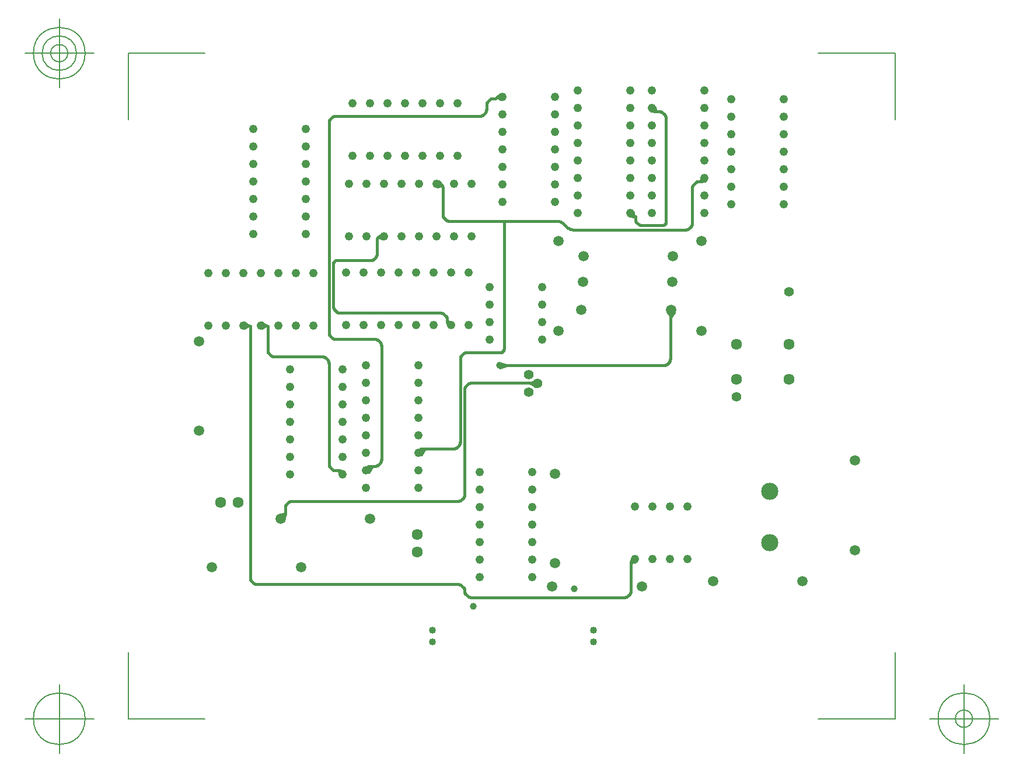
<source format=gbr>
G04 Generated by Ultiboard 12.0 *
%FSLAX25Y25*%
%MOIN*%

%ADD10C,0.00001*%
%ADD11C,0.01500*%
%ADD12C,0.00500*%
%ADD13C,0.06334*%
%ADD14C,0.05500*%
%ADD15C,0.05906*%
%ADD16C,0.04000*%
%ADD17C,0.04900*%
%ADD18C,0.03937*%
%ADD19C,0.09834*%


G04 ColorRGB 999999 for the following layer *
%LNBottom Stack-up 1*%
%LPD*%
G54D10*
G54D11*
X137500Y132500D02*
X136248Y131248D01*
X136248Y129990D01*
X259698Y69503D02*
X257695Y67500D01*
X257500Y67500D01*
X40000Y202500D02*
X39600Y202900D01*
X36000Y202900D01*
X280400Y211600D02*
X280400Y207900D01*
X280000Y207500D01*
X204000Y169800D02*
X200200Y169800D01*
X200000Y170000D01*
X60000Y95000D02*
X59944Y95000D01*
X57463Y92519D01*
X299604Y287212D02*
X297500Y285108D01*
X297500Y285000D01*
X148700Y283800D02*
X146500Y283800D01*
X269604Y327212D02*
X271815Y325000D01*
X260000Y265000D02*
X259447Y265000D01*
X257235Y267212D01*
X154800Y203100D02*
X152900Y205000D01*
X152500Y205000D01*
X113800Y253800D02*
X116500Y253800D01*
X184100Y333500D02*
X181000Y333500D01*
X180000Y332500D01*
X107500Y122500D02*
X106248Y121248D01*
X106248Y119990D01*
X92879Y117903D02*
X90782Y120000D01*
X50000Y202500D02*
X49600Y202900D01*
X46000Y202900D01*
X184583Y188333D02*
X184667Y188425D01*
X184743Y188523D01*
X184809Y188628D01*
X184867Y188738D01*
X184914Y188853D01*
X184952Y188971D01*
X184978Y189092D01*
X184995Y189215D01*
X185000Y189339D01*
X163679Y187500D02*
X163431Y187489D01*
X163184Y187457D01*
X162942Y187403D01*
X162705Y187328D01*
X162476Y187233D01*
X162256Y187119D01*
X162047Y186985D01*
X161850Y186834D01*
X161667Y186667D01*
X160833Y185833D02*
X160666Y185650D01*
X160515Y185453D01*
X160381Y185244D01*
X160267Y185024D01*
X160172Y184795D01*
X160097Y184558D01*
X160043Y184316D01*
X160011Y184069D01*
X160000Y183821D01*
X159167Y134167D02*
X159334Y134350D01*
X159485Y134547D01*
X159619Y134756D01*
X159733Y134976D01*
X159828Y135205D01*
X159903Y135442D01*
X159957Y135684D01*
X159989Y135931D01*
X160000Y136179D01*
X156321Y132500D02*
X156569Y132511D01*
X156816Y132543D01*
X157058Y132597D01*
X157295Y132672D01*
X157524Y132767D01*
X157744Y132881D01*
X157953Y133015D01*
X158150Y133166D01*
X158333Y133333D01*
X256667Y49167D02*
X256834Y49350D01*
X256985Y49547D01*
X257119Y49756D01*
X257233Y49976D01*
X257328Y50205D01*
X257403Y50442D01*
X257457Y50684D01*
X257489Y50931D01*
X257500Y51179D01*
X257500Y51179D01*
X253821Y47500D02*
X254069Y47511D01*
X254316Y47543D01*
X254558Y47597D01*
X254795Y47672D01*
X255024Y47767D01*
X255244Y47881D01*
X255453Y48015D01*
X255650Y48166D01*
X255833Y48333D01*
X164167Y48333D02*
X164350Y48166D01*
X164547Y48015D01*
X164756Y47881D01*
X164976Y47767D01*
X165205Y47672D01*
X165442Y47597D01*
X165684Y47543D01*
X165931Y47511D01*
X166179Y47500D01*
X162500Y50833D02*
X162508Y50658D01*
X162531Y50484D01*
X162569Y50313D01*
X162621Y50145D01*
X162688Y49983D01*
X162770Y49827D01*
X162864Y49679D01*
X162971Y49540D01*
X163089Y49411D01*
X162500Y51667D02*
X162492Y51842D01*
X162469Y52016D01*
X162431Y52187D01*
X162379Y52355D01*
X162312Y52517D01*
X162230Y52673D01*
X162136Y52821D01*
X162029Y52960D01*
X161911Y53089D01*
X160833Y54167D02*
X160650Y54334D01*
X160453Y54485D01*
X160244Y54619D01*
X160024Y54733D01*
X159795Y54828D01*
X159558Y54903D01*
X159316Y54957D01*
X159069Y54989D01*
X158821Y55000D01*
X41667Y55833D02*
X41850Y55666D01*
X42047Y55515D01*
X42256Y55381D01*
X42476Y55267D01*
X42705Y55172D01*
X42942Y55097D01*
X43184Y55043D01*
X43431Y55011D01*
X43679Y55000D01*
X40000Y58679D02*
X40011Y58431D01*
X40043Y58184D01*
X40097Y57942D01*
X40172Y57705D01*
X40267Y57476D01*
X40381Y57256D01*
X40515Y57047D01*
X40666Y56850D01*
X40833Y56667D01*
X279167Y181667D02*
X279334Y181850D01*
X279485Y182047D01*
X279619Y182256D01*
X279733Y182476D01*
X279828Y182705D01*
X279903Y182942D01*
X279957Y183184D01*
X279989Y183431D01*
X280000Y183679D01*
X276321Y180000D02*
X276569Y180011D01*
X276816Y180043D01*
X277058Y180097D01*
X277295Y180172D01*
X277524Y180267D01*
X277744Y180381D01*
X277953Y180515D01*
X278150Y180666D01*
X278333Y180833D01*
X166179Y170000D02*
X165931Y169989D01*
X165684Y169957D01*
X165442Y169903D01*
X165205Y169828D01*
X164976Y169733D01*
X164756Y169619D01*
X164547Y169485D01*
X164350Y169334D01*
X164167Y169167D01*
X163333Y168333D02*
X163166Y168150D01*
X163015Y167953D01*
X162881Y167744D01*
X162767Y167524D01*
X162672Y167295D01*
X162597Y167058D01*
X162543Y166816D01*
X162511Y166569D01*
X162500Y166321D01*
X161667Y104167D02*
X161834Y104350D01*
X161985Y104547D01*
X162119Y104756D01*
X162233Y104976D01*
X162328Y105205D01*
X162403Y105442D01*
X162457Y105684D01*
X162489Y105931D01*
X162500Y106179D01*
X158821Y102500D02*
X159069Y102511D01*
X159316Y102543D01*
X159558Y102597D01*
X159795Y102672D01*
X160024Y102767D01*
X160244Y102881D01*
X160453Y103015D01*
X160650Y103166D01*
X160833Y103333D01*
X63679Y102500D02*
X63431Y102489D01*
X63184Y102457D01*
X62942Y102403D01*
X62705Y102328D01*
X62476Y102233D01*
X62256Y102119D01*
X62047Y101985D01*
X61850Y101834D01*
X61667Y101667D01*
X60833Y100833D02*
X60666Y100650D01*
X60515Y100453D01*
X60381Y100244D01*
X60267Y100024D01*
X60172Y99795D01*
X60097Y99558D01*
X60043Y99316D01*
X60011Y99069D01*
X60000Y98821D01*
X295833Y285000D02*
X295658Y284992D01*
X295484Y284969D01*
X295313Y284931D01*
X295145Y284879D01*
X294983Y284812D01*
X294827Y284730D01*
X294679Y284636D01*
X294540Y284529D01*
X294411Y284411D01*
X293333Y283333D02*
X293166Y283150D01*
X293015Y282953D01*
X292881Y282744D01*
X292767Y282524D01*
X292672Y282295D01*
X292597Y282058D01*
X292543Y281816D01*
X292511Y281569D01*
X292500Y281321D01*
X291667Y259167D02*
X291834Y259350D01*
X291985Y259547D01*
X292119Y259756D01*
X292233Y259976D01*
X292328Y260205D01*
X292403Y260442D01*
X292457Y260684D01*
X292489Y260931D01*
X292500Y261179D01*
X288821Y257500D02*
X289069Y257511D01*
X289316Y257543D01*
X289558Y257597D01*
X289795Y257672D01*
X290024Y257767D01*
X290244Y257881D01*
X290453Y258015D01*
X290650Y258166D01*
X290833Y258333D01*
X220833Y259167D02*
X221199Y258831D01*
X221593Y258529D01*
X222012Y258262D01*
X222452Y258033D01*
X222911Y257843D01*
X223384Y257694D01*
X223869Y257586D01*
X224361Y257522D01*
X224857Y257500D01*
X219167Y260833D02*
X218801Y261169D01*
X218407Y261471D01*
X217988Y261738D01*
X217548Y261967D01*
X217089Y262157D01*
X216616Y262306D01*
X216131Y262414D01*
X215639Y262478D01*
X215143Y262500D01*
X151667Y263333D02*
X151850Y263166D01*
X152047Y263015D01*
X152256Y262881D01*
X152476Y262767D01*
X152705Y262672D01*
X152942Y262597D01*
X153184Y262543D01*
X153431Y262511D01*
X153679Y262500D01*
X150000Y266179D02*
X150011Y265931D01*
X150043Y265684D01*
X150097Y265442D01*
X150172Y265205D01*
X150267Y264976D01*
X150381Y264756D01*
X150515Y264547D01*
X150666Y264350D01*
X150833Y264167D01*
X150000Y281887D02*
X149994Y282016D01*
X149978Y282144D01*
X149950Y282270D01*
X149911Y282393D01*
X149861Y282512D01*
X149802Y282627D01*
X149732Y282736D01*
X149654Y282838D01*
X149567Y282933D01*
X275751Y324249D02*
X275586Y324400D01*
X275408Y324537D01*
X275220Y324657D01*
X275022Y324760D01*
X274815Y324845D01*
X274602Y324913D01*
X274383Y324961D01*
X274162Y324990D01*
X273938Y325000D01*
X277500Y321321D02*
X277489Y321569D01*
X277457Y321816D01*
X277403Y322058D01*
X277328Y322295D01*
X277233Y322524D01*
X277119Y322744D01*
X276985Y322953D01*
X276834Y323150D01*
X276667Y323333D01*
X277083Y260833D02*
X277167Y260925D01*
X277243Y261023D01*
X277309Y261128D01*
X277367Y261238D01*
X277414Y261353D01*
X277452Y261471D01*
X277478Y261592D01*
X277495Y261715D01*
X277500Y261839D01*
X261667Y260833D02*
X261850Y260666D01*
X262047Y260515D01*
X262256Y260381D01*
X262476Y260267D01*
X262705Y260172D01*
X262942Y260097D01*
X263184Y260043D01*
X263431Y260011D01*
X263679Y260000D01*
X260000Y263333D02*
X260008Y263158D01*
X260031Y262984D01*
X260069Y262813D01*
X260121Y262645D01*
X260188Y262483D01*
X260270Y262327D01*
X260364Y262179D01*
X260471Y262040D01*
X260589Y261911D01*
X152500Y206667D02*
X152492Y206842D01*
X152469Y207016D01*
X152431Y207187D01*
X152379Y207355D01*
X152312Y207517D01*
X152230Y207673D01*
X152136Y207821D01*
X152029Y207960D01*
X151911Y208089D01*
X150833Y209167D02*
X150650Y209334D01*
X150453Y209485D01*
X150244Y209619D01*
X150024Y209733D01*
X149795Y209828D01*
X149558Y209903D01*
X149316Y209957D01*
X149069Y209989D01*
X148821Y210000D01*
X89167Y210833D02*
X89350Y210666D01*
X89547Y210515D01*
X89756Y210381D01*
X89976Y210267D01*
X90205Y210172D01*
X90442Y210097D01*
X90684Y210043D01*
X90931Y210011D01*
X91179Y210000D01*
X87500Y213679D02*
X87511Y213431D01*
X87543Y213184D01*
X87597Y212942D01*
X87672Y212705D01*
X87767Y212476D01*
X87881Y212256D01*
X88015Y212047D01*
X88166Y211850D01*
X88333Y211667D01*
X87917Y239167D02*
X87833Y239075D01*
X87757Y238977D01*
X87691Y238872D01*
X87633Y238762D01*
X87586Y238647D01*
X87548Y238529D01*
X87522Y238408D01*
X87505Y238285D01*
X87500Y238161D01*
X108821Y240000D02*
X109069Y240011D01*
X109316Y240043D01*
X109558Y240097D01*
X109795Y240172D01*
X110024Y240267D01*
X110244Y240381D01*
X110453Y240515D01*
X110650Y240666D01*
X110833Y240833D01*
X111667Y241667D02*
X111834Y241850D01*
X111985Y242047D01*
X112119Y242256D01*
X112233Y242476D01*
X112328Y242705D01*
X112403Y242942D01*
X112457Y243184D01*
X112489Y243431D01*
X112500Y243679D01*
X112933Y252933D02*
X112846Y252838D01*
X112768Y252736D01*
X112698Y252627D01*
X112639Y252512D01*
X112589Y252393D01*
X112550Y252270D01*
X112522Y252144D01*
X112506Y252016D01*
X112500Y251887D01*
X178333Y332500D02*
X178158Y332492D01*
X177984Y332469D01*
X177813Y332431D01*
X177645Y332379D01*
X177483Y332312D01*
X177327Y332230D01*
X177179Y332136D01*
X177040Y332029D01*
X176911Y331911D01*
X175833Y330833D02*
X175666Y330650D01*
X175515Y330453D01*
X175381Y330244D01*
X175267Y330024D01*
X175172Y329795D01*
X175097Y329558D01*
X175043Y329316D01*
X175011Y329069D01*
X175000Y328821D01*
X174167Y324167D02*
X174334Y324350D01*
X174485Y324547D01*
X174619Y324756D01*
X174733Y324976D01*
X174828Y325205D01*
X174903Y325442D01*
X174957Y325684D01*
X174989Y325931D01*
X175000Y326179D01*
X171321Y322500D02*
X171569Y322511D01*
X171816Y322543D01*
X172058Y322597D01*
X172295Y322672D01*
X172524Y322767D01*
X172744Y322881D01*
X172953Y323015D01*
X173150Y323166D01*
X173333Y323333D01*
X88679Y322500D02*
X88431Y322489D01*
X88184Y322457D01*
X87942Y322403D01*
X87705Y322328D01*
X87476Y322233D01*
X87256Y322119D01*
X87047Y321985D01*
X86850Y321834D01*
X86667Y321667D01*
X85833Y320833D02*
X85666Y320650D01*
X85515Y320453D01*
X85381Y320244D01*
X85267Y320024D01*
X85172Y319795D01*
X85097Y319558D01*
X85043Y319316D01*
X85011Y319069D01*
X85000Y318821D01*
X85000Y198679D02*
X85011Y198431D01*
X85043Y198184D01*
X85097Y197942D01*
X85172Y197705D01*
X85267Y197476D01*
X85381Y197256D01*
X85515Y197047D01*
X85666Y196850D01*
X85833Y196667D01*
X86667Y195833D02*
X86850Y195666D01*
X87047Y195515D01*
X87256Y195381D01*
X87476Y195267D01*
X87705Y195172D01*
X87942Y195097D01*
X88184Y195043D01*
X88431Y195011D01*
X88679Y195000D01*
X113333Y194167D02*
X113150Y194334D01*
X112953Y194485D01*
X112744Y194619D01*
X112524Y194733D01*
X112295Y194828D01*
X112058Y194903D01*
X111816Y194957D01*
X111569Y194989D01*
X111321Y195000D01*
X115000Y191321D02*
X114989Y191569D01*
X114957Y191816D01*
X114903Y192058D01*
X114828Y192295D01*
X114733Y192524D01*
X114619Y192744D01*
X114485Y192953D01*
X114334Y193150D01*
X114167Y193333D01*
X114167Y124167D02*
X114334Y124350D01*
X114485Y124547D01*
X114619Y124756D01*
X114733Y124976D01*
X114828Y125205D01*
X114903Y125442D01*
X114957Y125684D01*
X114989Y125931D01*
X115000Y126179D01*
X111321Y122500D02*
X111569Y122511D01*
X111816Y122543D01*
X112058Y122597D01*
X112295Y122672D01*
X112524Y122767D01*
X112744Y122881D01*
X112953Y123015D01*
X113150Y123166D01*
X113333Y123333D01*
X86726Y120774D02*
X86896Y120618D01*
X87079Y120478D01*
X87273Y120354D01*
X87478Y120247D01*
X87691Y120159D01*
X87910Y120090D01*
X88135Y120040D01*
X88364Y120010D01*
X88594Y120000D01*
X85000Y123679D02*
X85011Y123431D01*
X85043Y123184D01*
X85097Y122942D01*
X85172Y122705D01*
X85267Y122476D01*
X85381Y122256D01*
X85515Y122047D01*
X85666Y121850D01*
X85833Y121667D01*
X85000Y181321D02*
X84989Y181569D01*
X84957Y181816D01*
X84903Y182058D01*
X84828Y182295D01*
X84733Y182524D01*
X84619Y182744D01*
X84485Y182953D01*
X84334Y183150D01*
X84167Y183333D01*
X83333Y184167D02*
X83150Y184334D01*
X82953Y184485D01*
X82744Y184619D01*
X82524Y184733D01*
X82295Y184828D01*
X82058Y184903D01*
X81816Y184957D01*
X81569Y184989D01*
X81321Y185000D01*
X51667Y185833D02*
X51850Y185666D01*
X52047Y185515D01*
X52256Y185381D01*
X52476Y185267D01*
X52705Y185172D01*
X52942Y185097D01*
X53184Y185043D01*
X53431Y185011D01*
X53679Y185000D01*
X50000Y188679D02*
X50011Y188431D01*
X50043Y188184D01*
X50097Y187942D01*
X50172Y187705D01*
X50267Y187476D01*
X50381Y187256D01*
X50515Y187047D01*
X50666Y186850D01*
X50833Y186667D01*
X185000Y262500D02*
X185000Y189339D01*
X184583Y188333D02*
X183750Y187500D01*
X163679Y187500D01*
X161667Y186667D02*
X160833Y185833D01*
X160000Y183821D02*
X160000Y136179D01*
X159167Y134167D02*
X158333Y133333D01*
X156321Y132500D02*
X137500Y132500D01*
X257500Y67500D02*
X257500Y51179D01*
X256667Y49167D02*
X255833Y48333D01*
X253821Y47500D02*
X166179Y47500D01*
X164167Y48333D02*
X163089Y49411D01*
X162500Y50833D02*
X162500Y51667D01*
X161911Y53089D02*
X160833Y54167D01*
X158821Y55000D02*
X43679Y55000D01*
X41667Y55833D02*
X40833Y56667D01*
X40000Y58679D02*
X40000Y202500D01*
X280000Y207500D02*
X280000Y183679D01*
X279167Y181667D02*
X278333Y180833D01*
X276321Y180000D02*
X182500Y180000D01*
X200000Y170000D02*
X166179Y170000D01*
X164167Y169167D02*
X163333Y168333D01*
X162500Y166321D02*
X162500Y106179D01*
X161667Y104167D02*
X160833Y103333D01*
X158821Y102500D02*
X63679Y102500D01*
X61667Y101667D02*
X60833Y100833D01*
X60000Y98821D02*
X60000Y95000D01*
X297500Y285000D02*
X295833Y285000D01*
X294411Y284411D02*
X293333Y283333D01*
X292500Y281321D02*
X292500Y261179D01*
X291667Y259167D02*
X290833Y258333D01*
X288821Y257500D02*
X224857Y257500D01*
X220833Y259167D02*
X219167Y260833D01*
X215143Y262500D02*
X153679Y262500D01*
X151667Y263333D02*
X150833Y264167D01*
X150000Y266179D02*
X150000Y281887D01*
X149567Y282933D02*
X148700Y283800D01*
X271815Y325000D02*
X273938Y325000D01*
X275751Y324249D02*
X276667Y323333D01*
X277500Y321321D02*
X277500Y261839D01*
X277083Y260833D02*
X276250Y260000D01*
X263679Y260000D01*
X261667Y260833D02*
X260589Y261911D01*
X260000Y263333D02*
X260000Y265000D01*
X152500Y205000D02*
X152500Y206667D01*
X151911Y208089D02*
X150833Y209167D01*
X148821Y210000D02*
X91179Y210000D01*
X89167Y210833D02*
X88333Y211667D01*
X87500Y213679D02*
X87500Y238161D01*
X87917Y239167D02*
X88750Y240000D01*
X108821Y240000D01*
X110833Y240833D02*
X111667Y241667D01*
X112500Y243679D02*
X112500Y251887D01*
X112933Y252933D02*
X113800Y253800D01*
X180000Y332500D02*
X178333Y332500D01*
X176911Y331911D02*
X175833Y330833D01*
X175000Y328821D02*
X175000Y326179D01*
X174167Y324167D02*
X173333Y323333D01*
X171321Y322500D02*
X88679Y322500D01*
X86667Y321667D02*
X85833Y320833D01*
X85000Y318821D02*
X85000Y198679D01*
X85833Y196667D02*
X86667Y195833D01*
X88679Y195000D02*
X111321Y195000D01*
X113333Y194167D02*
X114167Y193333D01*
X115000Y191321D02*
X115000Y126179D01*
X114167Y124167D02*
X113333Y123333D01*
X111321Y122500D02*
X107500Y122500D01*
X90782Y120000D02*
X88594Y120000D01*
X86726Y120774D02*
X85833Y121667D01*
X85000Y123679D02*
X85000Y181321D01*
X84167Y183333D02*
X83333Y184167D01*
X81321Y185000D02*
X53679Y185000D01*
X51667Y185833D02*
X50833Y186667D01*
X50000Y188679D02*
X50000Y202500D01*
G36*
X186469Y180000D02*
X186469Y180000D01*
X182874Y178840D01*
X182874Y181160D01*
X186469Y180000D01*
D02*
G37*
X182874Y178840D01*
X182874Y181160D01*
X186469Y180000D01*
G36*
X280400Y208147D02*
X280400Y208147D01*
X278704Y210195D01*
X282096Y210195D01*
X280400Y208147D01*
D02*
G37*
X278704Y210195D01*
X282096Y210195D01*
X280400Y208147D01*
G36*
X257532Y67500D02*
X257532Y67500D01*
X258035Y69858D01*
X259922Y67818D01*
X257532Y67500D01*
D02*
G37*
X258035Y69858D01*
X259922Y67818D01*
X257532Y67500D01*
G36*
X90793Y119989D02*
X90793Y119989D01*
X93169Y119578D01*
X91204Y117613D01*
X90793Y119989D01*
D02*
G37*
X93169Y119578D01*
X91204Y117613D01*
X90793Y119989D01*
G36*
X139922Y132500D02*
X139922Y132500D01*
X137670Y129059D01*
X135898Y131653D01*
X139922Y132500D01*
D02*
G37*
X137670Y129059D01*
X135898Y131653D01*
X139922Y132500D01*
G36*
X109922Y122500D02*
X109922Y122500D01*
X107670Y119059D01*
X105898Y121653D01*
X109922Y122500D01*
D02*
G37*
X107670Y119059D01*
X105898Y121653D01*
X109922Y122500D01*
G36*
X38950Y202900D02*
X38950Y202900D01*
X36980Y201511D01*
X36980Y204289D01*
X38950Y202900D01*
D02*
G37*
X36980Y201511D01*
X36980Y204289D01*
X38950Y202900D01*
G36*
X48950Y202900D02*
X48950Y202900D01*
X46980Y201511D01*
X46980Y204289D01*
X48950Y202900D01*
D02*
G37*
X46980Y201511D01*
X46980Y204289D01*
X48950Y202900D01*
G36*
X152543Y205000D02*
X152543Y205000D01*
X154945Y204794D01*
X153156Y202668D01*
X152543Y205000D01*
D02*
G37*
X154945Y204794D01*
X153156Y202668D01*
X152543Y205000D01*
G36*
X200750Y169800D02*
X200750Y169800D01*
X202769Y171376D01*
X202769Y168224D01*
X200750Y169800D01*
D02*
G37*
X202769Y171376D01*
X202769Y168224D01*
X200750Y169800D01*
G36*
X297518Y285126D02*
X297518Y285126D01*
X297928Y287501D01*
X299893Y285537D01*
X297518Y285126D01*
D02*
G37*
X297928Y287501D01*
X299893Y285537D01*
X297518Y285126D01*
G36*
X271690Y325126D02*
X271690Y325126D01*
X269314Y325537D01*
X271279Y327501D01*
X271690Y325126D01*
D02*
G37*
X269314Y325537D01*
X271279Y327501D01*
X271690Y325126D01*
G36*
X259321Y265126D02*
X259321Y265126D01*
X256945Y265537D01*
X258910Y267501D01*
X259321Y265126D01*
D02*
G37*
X256945Y265537D01*
X258910Y267501D01*
X259321Y265126D01*
G36*
X181150Y333500D02*
X181150Y333500D01*
X183120Y334889D01*
X183120Y332111D01*
X181150Y333500D01*
D02*
G37*
X183120Y334889D01*
X183120Y332111D01*
X181150Y333500D01*
G36*
X59904Y94960D02*
X59904Y94960D01*
X59656Y92313D01*
X57257Y94712D01*
X59904Y94960D01*
D02*
G37*
X59656Y92313D01*
X57257Y94712D01*
X59904Y94960D01*
G36*
X149372Y283128D02*
X149372Y283128D01*
X147137Y282224D01*
X147771Y284929D01*
X149372Y283128D01*
D02*
G37*
X147137Y282224D01*
X147771Y284929D01*
X149372Y283128D01*
G36*
X113560Y253560D02*
X113560Y253560D01*
X115410Y255105D01*
X115637Y252336D01*
X113560Y253560D01*
D02*
G37*
X115410Y255105D01*
X115637Y252336D01*
X113560Y253560D01*
G54D12*
X-29612Y-21812D02*
X-29612Y16207D01*
X-29612Y-21812D02*
X14187Y-21812D01*
X408374Y-21812D02*
X364575Y-21812D01*
X408374Y-21812D02*
X408374Y16207D01*
X408374Y358374D02*
X408374Y320355D01*
X408374Y358374D02*
X364575Y358374D01*
X-29612Y358374D02*
X14187Y358374D01*
X-29612Y358374D02*
X-29612Y320355D01*
X-49297Y-21812D02*
X-88667Y-21812D01*
X-68982Y-41497D02*
X-68982Y-2127D01*
X-83746Y-21812D02*
G75*
D01*
G02X-83746Y-21812I14764J0*
G01*
X428059Y-21812D02*
X467429Y-21812D01*
X447744Y-41497D02*
X447744Y-2127D01*
X432980Y-21812D02*
G75*
D01*
G02X432980Y-21812I14764J0*
G01*
X442823Y-21812D02*
G75*
D01*
G02X442823Y-21812I4921J0*
G01*
X-49297Y358374D02*
X-88667Y358374D01*
X-68982Y338689D02*
X-68982Y378059D01*
X-83746Y358374D02*
G75*
D01*
G02X-83746Y358374I14764J0*
G01*
X-78824Y358374D02*
G75*
D01*
G02X-78824Y358374I9842J0*
G01*
X-73903Y358374D02*
G75*
D01*
G02X-73903Y358374I4921J0*
G01*
G54D13*
X317700Y192200D03*
X347700Y192200D03*
X317700Y172200D03*
X347700Y172200D03*
X33300Y101700D03*
X23300Y101700D03*
X135646Y83526D03*
X135646Y73526D03*
G54D14*
X317700Y162200D03*
X347700Y222200D03*
X199000Y174800D03*
X199000Y164800D03*
X204000Y169800D03*
G54D15*
X304446Y56596D03*
X355628Y56596D03*
X212618Y53858D03*
X263799Y53858D03*
X214041Y118168D03*
X214041Y66987D03*
X10700Y193781D03*
X10700Y142600D03*
X57463Y92519D03*
X108644Y92519D03*
X18046Y64652D03*
X69227Y64652D03*
X297959Y199865D03*
X297959Y251046D03*
X230000Y227900D03*
X281181Y227900D03*
X216300Y251081D03*
X216300Y199900D03*
X230419Y242500D03*
X281600Y242500D03*
X229219Y211600D03*
X280400Y211600D03*
X385538Y74538D03*
X385538Y125719D03*
G54D16*
X144100Y22100D03*
X144100Y28767D03*
X236000Y22100D03*
X236000Y28767D03*
G54D17*
X41979Y255054D03*
X71979Y285054D03*
X71979Y265054D03*
X71979Y275054D03*
X71979Y295054D03*
X71979Y305054D03*
X71979Y315054D03*
X41979Y315054D03*
X41979Y285054D03*
X41979Y265054D03*
X41979Y275054D03*
X41979Y295054D03*
X41979Y305054D03*
X71979Y255054D03*
X201134Y119101D03*
X171134Y89101D03*
X171134Y109101D03*
X171134Y99101D03*
X171134Y79101D03*
X171134Y69101D03*
X171134Y59101D03*
X201134Y59101D03*
X201134Y89101D03*
X201134Y109101D03*
X201134Y99101D03*
X201134Y79101D03*
X201134Y69101D03*
X171134Y119101D03*
X98587Y329700D03*
X128587Y299700D03*
X108587Y299700D03*
X118587Y299700D03*
X138587Y299700D03*
X148587Y299700D03*
X158587Y299700D03*
X158587Y329700D03*
X128587Y329700D03*
X108587Y329700D03*
X118587Y329700D03*
X138587Y329700D03*
X148587Y329700D03*
X98587Y299700D03*
X96500Y283800D03*
X116500Y253800D03*
X106500Y253800D03*
X126500Y253800D03*
X146500Y253800D03*
X136500Y253800D03*
X156500Y253800D03*
X166500Y253800D03*
X156500Y283800D03*
X126500Y283800D03*
X116500Y283800D03*
X106500Y283800D03*
X146500Y283800D03*
X136500Y283800D03*
X166500Y283800D03*
X96500Y253800D03*
X214100Y333500D03*
X184100Y303500D03*
X184100Y323500D03*
X184100Y313500D03*
X184100Y293500D03*
X184100Y283500D03*
X184100Y273500D03*
X214100Y273500D03*
X214100Y303500D03*
X214100Y323500D03*
X214100Y313500D03*
X214100Y293500D03*
X214100Y283500D03*
X184100Y333500D03*
X227235Y267212D03*
X257235Y287212D03*
X257235Y277212D03*
X257235Y297212D03*
X257235Y317212D03*
X257235Y307212D03*
X257235Y327212D03*
X257235Y337212D03*
X227235Y327212D03*
X227235Y297212D03*
X227235Y287212D03*
X227235Y277212D03*
X227235Y317212D03*
X227235Y307212D03*
X227235Y337212D03*
X257235Y267212D03*
X299604Y337212D03*
X269604Y317212D03*
X269604Y327212D03*
X269604Y307212D03*
X269604Y287212D03*
X269604Y297212D03*
X269604Y277212D03*
X269604Y267212D03*
X299604Y277212D03*
X299604Y307212D03*
X299604Y317212D03*
X299604Y327212D03*
X299604Y287212D03*
X299604Y297212D03*
X299604Y267212D03*
X269604Y337212D03*
X344800Y332100D03*
X314800Y302100D03*
X314800Y322100D03*
X314800Y312100D03*
X314800Y292100D03*
X314800Y282100D03*
X314800Y272100D03*
X344800Y272100D03*
X344800Y302100D03*
X344800Y322100D03*
X344800Y312100D03*
X344800Y292100D03*
X344800Y282100D03*
X314800Y332100D03*
X94800Y233100D03*
X114800Y203100D03*
X104800Y203100D03*
X124800Y203100D03*
X144800Y203100D03*
X134800Y203100D03*
X154800Y203100D03*
X164800Y203100D03*
X154800Y233100D03*
X124800Y233100D03*
X114800Y233100D03*
X104800Y233100D03*
X144800Y233100D03*
X134800Y233100D03*
X164800Y233100D03*
X94800Y203100D03*
X16000Y202900D03*
X16000Y232900D03*
X46000Y202900D03*
X26000Y202900D03*
X36000Y202900D03*
X56000Y202900D03*
X66000Y202900D03*
X76000Y202900D03*
X76000Y232900D03*
X46000Y232900D03*
X26000Y232900D03*
X36000Y232900D03*
X56000Y232900D03*
X66000Y232900D03*
X136248Y179990D03*
X106248Y159990D03*
X106248Y169990D03*
X106248Y149990D03*
X106248Y129990D03*
X106248Y139990D03*
X106248Y119990D03*
X106248Y109990D03*
X136248Y119990D03*
X136248Y149990D03*
X136248Y159990D03*
X136248Y169990D03*
X136248Y129990D03*
X136248Y139990D03*
X136248Y109990D03*
X106248Y179990D03*
X62879Y117903D03*
X92879Y147903D03*
X92879Y127903D03*
X92879Y137903D03*
X92879Y157903D03*
X92879Y167903D03*
X92879Y177903D03*
X62879Y177903D03*
X62879Y147903D03*
X62879Y127903D03*
X62879Y137903D03*
X62879Y157903D03*
X62879Y167903D03*
X92879Y117903D03*
X259698Y69503D03*
X259698Y99503D03*
X269698Y69503D03*
X289698Y69503D03*
X279698Y69503D03*
X289698Y99503D03*
X269698Y99503D03*
X279698Y99503D03*
X176800Y204700D03*
X176800Y224700D03*
X206800Y224700D03*
X176800Y214700D03*
X176800Y194700D03*
X206800Y194700D03*
X206800Y214700D03*
X206800Y204700D03*
G54D18*
X225000Y52500D03*
X182500Y180000D03*
X167500Y42500D03*
G54D19*
X336800Y78900D03*
X336800Y108067D03*

M00*

</source>
